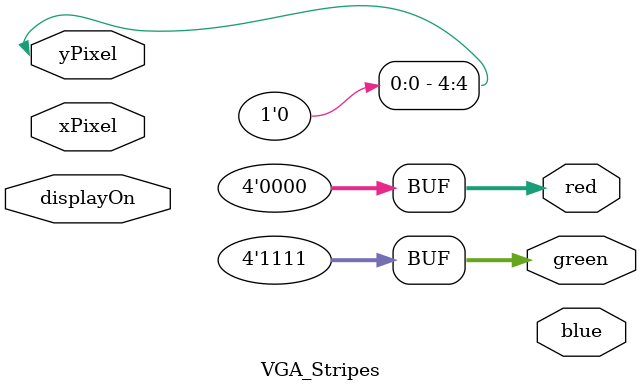
<source format=sv>
`timescale 1ns / 1ps


module VGA_Stripes(
    input logic displayOn,
    input logic [10:0] xPixel,yPixel,
    output logic [3:0] red,green,blue
    );
    
    assign red={4{yPixel[4]}};
    assign green=~{4{yPixel[4]}};
    assign red=0;
endmodule

</source>
